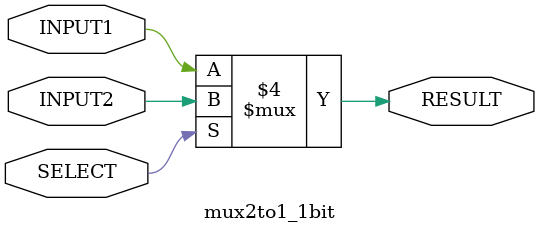
<source format=v>
/*
Author - W M D U Thilakarathna
Reg No - E/16/366
*/

`timescale 1ns/100ps

module mux2to1_1bit(INPUT1, INPUT2, RESULT, SELECT);
    input INPUT1, INPUT2; //declare inputs of the module
    input SELECT;               //declare inputs
    output reg RESULT;    //declare outputs

    always @(*)
    begin
      if (SELECT == 1'b0)  //selecting according to the select signal
            RESULT = INPUT1;
      else 
            RESULT = INPUT2;
    end

endmodule
</source>
